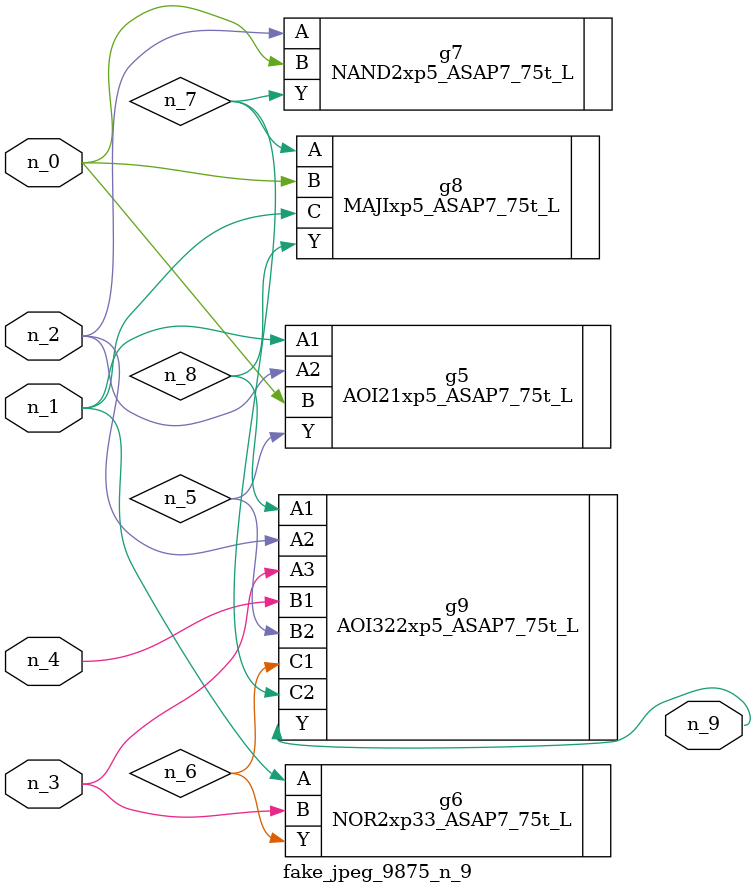
<source format=v>
module fake_jpeg_9875_n_9 (n_3, n_2, n_1, n_0, n_4, n_9);

input n_3;
input n_2;
input n_1;
input n_0;
input n_4;

output n_9;

wire n_8;
wire n_6;
wire n_5;
wire n_7;

AOI21xp5_ASAP7_75t_L g5 ( 
.A1(n_1),
.A2(n_2),
.B(n_0),
.Y(n_5)
);

NOR2xp33_ASAP7_75t_L g6 ( 
.A(n_1),
.B(n_3),
.Y(n_6)
);

NAND2xp5_ASAP7_75t_L g7 ( 
.A(n_2),
.B(n_0),
.Y(n_7)
);

MAJIxp5_ASAP7_75t_L g8 ( 
.A(n_7),
.B(n_0),
.C(n_1),
.Y(n_8)
);

AOI322xp5_ASAP7_75t_L g9 ( 
.A1(n_8),
.A2(n_2),
.A3(n_3),
.B1(n_4),
.B2(n_5),
.C1(n_6),
.C2(n_7),
.Y(n_9)
);


endmodule
</source>
